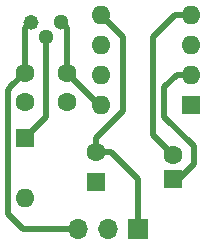
<source format=gbl>
G04 #@! TF.GenerationSoftware,KiCad,Pcbnew,(5.1.7)-1*
G04 #@! TF.CreationDate,2021-11-13T12:09:10+01:00*
G04 #@! TF.ProjectId,psu-module-negative,7073752d-6d6f-4647-956c-652d6e656761,rev?*
G04 #@! TF.SameCoordinates,Original*
G04 #@! TF.FileFunction,Copper,L2,Bot*
G04 #@! TF.FilePolarity,Positive*
%FSLAX46Y46*%
G04 Gerber Fmt 4.6, Leading zero omitted, Abs format (unit mm)*
G04 Created by KiCad (PCBNEW (5.1.7)-1) date 2021-11-13 12:09:10*
%MOMM*%
%LPD*%
G01*
G04 APERTURE LIST*
G04 #@! TA.AperFunction,ComponentPad*
%ADD10R,1.600000X1.600000*%
G04 #@! TD*
G04 #@! TA.AperFunction,ComponentPad*
%ADD11O,1.600000X1.600000*%
G04 #@! TD*
G04 #@! TA.AperFunction,ComponentPad*
%ADD12C,1.600000*%
G04 #@! TD*
G04 #@! TA.AperFunction,ComponentPad*
%ADD13O,1.300000X1.300000*%
G04 #@! TD*
G04 #@! TA.AperFunction,ComponentPad*
%ADD14C,1.300000*%
G04 #@! TD*
G04 #@! TA.AperFunction,ComponentPad*
%ADD15R,1.700000X1.700000*%
G04 #@! TD*
G04 #@! TA.AperFunction,ComponentPad*
%ADD16O,1.700000X1.700000*%
G04 #@! TD*
G04 #@! TA.AperFunction,Conductor*
%ADD17C,0.500000*%
G04 #@! TD*
G04 APERTURE END LIST*
D10*
X16960000Y-18000000D03*
D11*
X16960000Y-23080000D03*
D12*
X20500000Y-12500000D03*
X20500000Y-15000000D03*
X16960000Y-12500000D03*
X16960000Y-15000000D03*
D13*
X18730000Y-9520000D03*
D14*
X20000000Y-8250000D03*
G04 #@! TA.AperFunction,ComponentPad*
G36*
G01*
X17919619Y-7790381D02*
X17919619Y-7790381D01*
G75*
G02*
X17919619Y-8709619I-459619J-459619D01*
G01*
X17919619Y-8709619D01*
G75*
G02*
X17000381Y-8709619I-459619J459619D01*
G01*
X17000381Y-8709619D01*
G75*
G02*
X17000381Y-7790381I459619J459619D01*
G01*
X17000381Y-7790381D01*
G75*
G02*
X17919619Y-7790381I459619J-459619D01*
G01*
G37*
G04 #@! TD.AperFunction*
D10*
X23000000Y-21750000D03*
D12*
X23000000Y-19250000D03*
D10*
X31000000Y-15250000D03*
D11*
X23380000Y-7630000D03*
X31000000Y-12710000D03*
X23380000Y-10170000D03*
X31000000Y-10170000D03*
X23380000Y-12710000D03*
X31000000Y-7630000D03*
X23380000Y-15250000D03*
D10*
X29500000Y-21500000D03*
D12*
X29500000Y-19500000D03*
D15*
X26540000Y-25750000D03*
D16*
X24000000Y-25750000D03*
X21460000Y-25750000D03*
D17*
X26540000Y-25750000D02*
X26540000Y-21540000D01*
X24250000Y-19250000D02*
X23000000Y-19250000D01*
X26540000Y-21540000D02*
X24250000Y-19250000D01*
X25250000Y-9500000D02*
X23380000Y-7630000D01*
X25250000Y-15750000D02*
X25250000Y-9500000D01*
X23000000Y-18000000D02*
X25250000Y-15750000D01*
X23000000Y-19250000D02*
X23000000Y-18000000D01*
X20500000Y-12500000D02*
X20500000Y-8750000D01*
X20500000Y-8750000D02*
X20000000Y-8250000D01*
X23250000Y-15250000D02*
X20500000Y-12500000D01*
X23380000Y-15250000D02*
X23250000Y-15250000D01*
X16960000Y-8750000D02*
X17460000Y-8250000D01*
X16960000Y-12500000D02*
X16960000Y-8750000D01*
X16960000Y-12500000D02*
X15710000Y-13750000D01*
X15710000Y-13790000D02*
X15500000Y-14000000D01*
X15710000Y-13750000D02*
X15710000Y-13790000D01*
X15500000Y-14000000D02*
X15500000Y-24500000D01*
X16750000Y-25750000D02*
X21460000Y-25750000D01*
X15500000Y-24500000D02*
X16750000Y-25750000D01*
X18730000Y-16230000D02*
X16960000Y-18000000D01*
X18730000Y-9520000D02*
X18730000Y-16230000D01*
X29500000Y-21500000D02*
X30000000Y-21500000D01*
X30000000Y-21500000D02*
X31250000Y-20250000D01*
X31250000Y-20250000D02*
X31250000Y-18750000D01*
X31250000Y-18750000D02*
X28750000Y-16250000D01*
X28750000Y-16250000D02*
X28750000Y-13750000D01*
X29790000Y-12710000D02*
X31000000Y-12710000D01*
X28750000Y-13750000D02*
X29790000Y-12710000D01*
X27750000Y-17750000D02*
X29500000Y-19500000D01*
X27750000Y-9500000D02*
X27750000Y-17750000D01*
X29620000Y-7630000D02*
X27750000Y-9500000D01*
X31000000Y-7630000D02*
X29620000Y-7630000D01*
M02*

</source>
